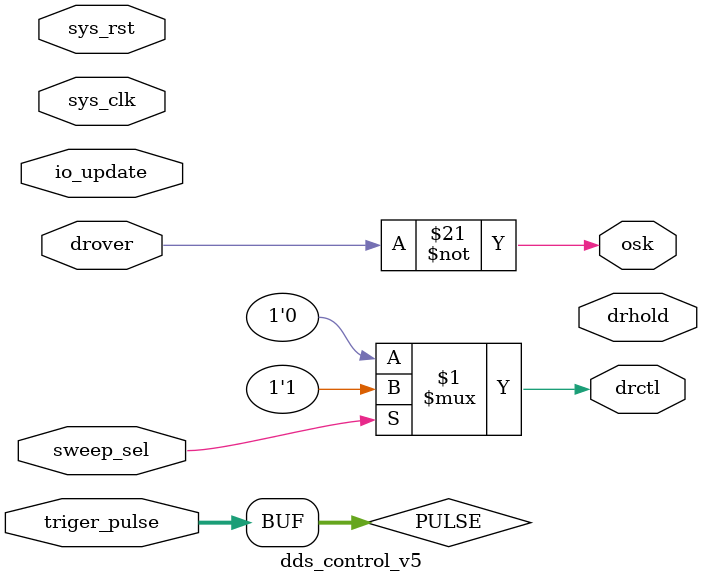
<source format=v>
module dds_control_v5#(   
//    parameter PULSE = 1000,//ns 1us
    parameter CLKNUM = 2 //ns 时钟500MHz 1/500MHz
)(
    input sys_clk,//500MHz
    input sys_rst,
    
    input sweep_sel,
    
    input drover,
    input io_update, 
 
    output osk,
    output drctl,
    output drhold,

    input [15:0] triger_pulse
    );

wire[15:0]PULSE;
assign PULSE = triger_pulse; //该参数由上位机传递给FPGA，在没接收到指令之前，一直为0，只有接收到指令之后才开始产生啁啾信号！！！！！！！！！！！！    
assign drctl = (sweep_sel)?1'b1:1'b0; //频率发生 方向选择

//对io_update信号打拍处理，用于判断上升沿   
reg [1:0]io_update_reg;
always@(posedge sys_clk)begin
    if(sys_rst)begin
        io_update_reg <= 'b0;
    end
    else begin
        io_update_reg <= {io_update_reg[0],io_update};
    end
end

reg [15:0]trigger_cnt;
reg trigger_flag;
always@(posedge sys_clk)begin
    if(sys_rst)begin
        trigger_flag <= 1'b0;
    end
    else if(~io_update_reg[1]&io_update_reg[0])begin//判断到一个io_update的上升沿
        trigger_flag <= 1'b1;
    end
    else if(trigger_cnt == PULSE/CLKNUM)begin
        trigger_flag <= 1'b0; 
    end
end

always@(posedge sys_clk)begin
    if(sys_rst)begin
        trigger_cnt <= 'b0;
    end
    else if(trigger_flag == 1'b1)begin//判断到一个io_update的上升沿
        trigger_cnt <= trigger_cnt + 1'b1;
    end
    else if(trigger_flag == 1'b0)begin//判断到一个io_update的上升沿
        trigger_cnt <= 'b0;
    end
    else begin
        trigger_cnt <= 'b0; 
    end
end

//assign drhold = ~trigger_flag;
//- - - - - - - - - - - - - - - - osk = 1/2 (~drover) - - - - - - - - - - - - - - - - - - -//
//计数 drover的宽度
wire [15:0] drover_cnt;
pulse2width#(
    .WIDTH(16) //设置计数 数据的位宽
)drover_width(
    .sys_clk(sys_clk), 
    .sys_rst(sys_rst), //计数器复位
    
    .rst_value(16'b0),  //设置初始计数值 范围 2^16
    .count_valid_in(~drover),    //触发计数 高电平为有效    
    
    .count_valid_out(),     //连接的输出端口
    .add_count_out(drover_cnt) //0-500
    );   
    
wire [15:0]drover_start_cnt;
wire [15:0]drover_stop_cnt;
assign drover_start_cnt = sweep_sel? 16'b0:PULSE/CLKNUM/2;      //不需要对末尾值减1 这样才能保证输出的波形宽度正好为设计宽度
assign drover_stop_cnt = sweep_sel? PULSE/CLKNUM/2:PULSE/CLKNUM;

//assign drover_start_cnt =  16'b0;      //不需要对末尾值减1 这样才能保证输出的波形宽度正好为设计宽度
//assign drover_stop_cnt = PULSE/CLKNUM/2;
width2pulse#(
    .WIDTH(16) //输入数据的位宽
)osk_pulse(
    .sys_clk(sys_clk), 
    .sys_rst(sys_rst), //计数器复位
   
    .data_in(drover_cnt),          //输入数据

    .count_start(drover_start_cnt),      //计数开始值
    .count_stop(drover_stop_cnt),       //计数结束值
    
    .pulse_valid_out()              //电平输出
    );
assign osk = ~drover;
endmodule
</source>
